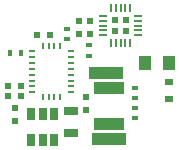
<source format=gbr>
G04 #@! TF.GenerationSoftware,KiCad,Pcbnew,(5.0.1)-4*
G04 #@! TF.CreationDate,2019-01-02T07:29:33-05:00*
G04 #@! TF.ProjectId,XHP70_LED_driver,58485037305F4C45445F647269766572,rev?*
G04 #@! TF.SameCoordinates,Original*
G04 #@! TF.FileFunction,Paste,Top*
G04 #@! TF.FilePolarity,Positive*
%FSLAX46Y46*%
G04 Gerber Fmt 4.6, Leading zero omitted, Abs format (unit mm)*
G04 Created by KiCad (PCBNEW (5.0.1)-4) date 1/2/2019 7:29:33 AM*
%MOMM*%
%LPD*%
G01*
G04 APERTURE LIST*
%ADD10R,0.600000X0.500000*%
%ADD11R,1.000000X1.250000*%
%ADD12R,2.500000X1.000000*%
%ADD13R,1.300000X0.700000*%
%ADD14R,0.700000X0.600000*%
%ADD15R,0.500000X0.600000*%
%ADD16R,0.600000X0.400000*%
%ADD17R,0.555000X0.555000*%
%ADD18O,0.200000X0.750000*%
%ADD19O,0.750000X0.200000*%
%ADD20R,0.650000X1.060000*%
%ADD21R,0.240000X0.600000*%
%ADD22R,0.600000X0.240000*%
%ADD23R,3.000000X1.000000*%
%ADD24R,0.400000X0.600000*%
G04 APERTURE END LIST*
D10*
G04 #@! TO.C,C1*
X96050000Y-58200000D03*
X97150000Y-58200000D03*
G04 #@! TD*
D11*
G04 #@! TO.C,C5*
X109700000Y-56300000D03*
X107700000Y-56300000D03*
G04 #@! TD*
D12*
G04 #@! TO.C,C11*
X104600000Y-58400000D03*
X104600000Y-61400000D03*
G04 #@! TD*
D13*
G04 #@! TO.C,R6*
X101400000Y-60300000D03*
X101400000Y-62200000D03*
G04 #@! TD*
D14*
G04 #@! TO.C,D1*
X109700000Y-57900000D03*
X109700000Y-59300000D03*
G04 #@! TD*
D15*
G04 #@! TO.C,C6*
X96700000Y-61150000D03*
X96700000Y-60050000D03*
G04 #@! TD*
G04 #@! TO.C,C7*
X103000000Y-53850000D03*
X103000000Y-52750000D03*
G04 #@! TD*
D16*
G04 #@! TO.C,R3*
X106800000Y-60050000D03*
X106800000Y-60950000D03*
G04 #@! TD*
D17*
G04 #@! TO.C,U2*
X106062500Y-53562500D03*
X106062500Y-52637500D03*
X105137500Y-53562500D03*
X105137500Y-52637500D03*
D18*
X106400000Y-54600000D03*
X106000000Y-54600000D03*
X105600000Y-54600000D03*
X105200000Y-54600000D03*
X104800000Y-54600000D03*
D19*
X104100000Y-53900000D03*
X104100000Y-53500000D03*
X104100000Y-53100000D03*
X104100000Y-52700000D03*
X104100000Y-52300000D03*
D18*
X104800000Y-51600000D03*
X105200000Y-51600000D03*
X105600000Y-51600000D03*
X106000000Y-51600000D03*
X106400000Y-51600000D03*
D19*
X107100000Y-52300000D03*
X107100000Y-52700000D03*
X107100000Y-53100000D03*
X107100000Y-53500000D03*
X107100000Y-53900000D03*
G04 #@! TD*
D20*
G04 #@! TO.C,U3*
X99000000Y-60600000D03*
X98050000Y-60600000D03*
X99950000Y-60600000D03*
X99950000Y-62800000D03*
X99000000Y-62800000D03*
X98050000Y-62800000D03*
G04 #@! TD*
D21*
G04 #@! TO.C,U1*
X99000000Y-54850000D03*
X99000000Y-59150000D03*
D22*
X98100000Y-56750000D03*
X98100000Y-57250000D03*
X98100000Y-57750000D03*
X98100000Y-58250000D03*
X98100000Y-56250000D03*
X98100000Y-55750000D03*
X98100000Y-55250000D03*
X98100000Y-58750000D03*
D21*
X100500000Y-54850000D03*
X100500000Y-59150000D03*
D22*
X101400000Y-57750000D03*
X101400000Y-55250000D03*
X101400000Y-58750000D03*
X101400000Y-57250000D03*
X101400000Y-58250000D03*
X101400000Y-56250000D03*
X101400000Y-56750000D03*
X101400000Y-55750000D03*
D21*
X100000000Y-59150000D03*
X100000000Y-54850000D03*
X99500000Y-59150000D03*
X99500000Y-54850000D03*
G04 #@! TD*
D23*
G04 #@! TO.C,TP1*
X104400000Y-57100000D03*
G04 #@! TD*
G04 #@! TO.C,TP2*
X104600000Y-62700000D03*
G04 #@! TD*
D10*
G04 #@! TO.C,C4*
X98550000Y-53900000D03*
X99650000Y-53900000D03*
G04 #@! TD*
G04 #@! TO.C,C3*
X96050000Y-59100000D03*
X97150000Y-59100000D03*
G04 #@! TD*
D15*
G04 #@! TO.C,C8*
X102100000Y-53850000D03*
X102100000Y-52750000D03*
G04 #@! TD*
D24*
G04 #@! TO.C,R1*
X97150000Y-55400000D03*
X96250000Y-55400000D03*
G04 #@! TD*
D16*
G04 #@! TO.C,R2*
X106800000Y-59250000D03*
X106800000Y-58350000D03*
G04 #@! TD*
G04 #@! TO.C,R5*
X102900000Y-54750000D03*
X102900000Y-55650000D03*
G04 #@! TD*
D15*
G04 #@! TO.C,C10*
X102700000Y-59150000D03*
X102700000Y-60250000D03*
G04 #@! TD*
D16*
G04 #@! TO.C,R4*
X101100000Y-54250000D03*
X101100000Y-53350000D03*
G04 #@! TD*
M02*

</source>
